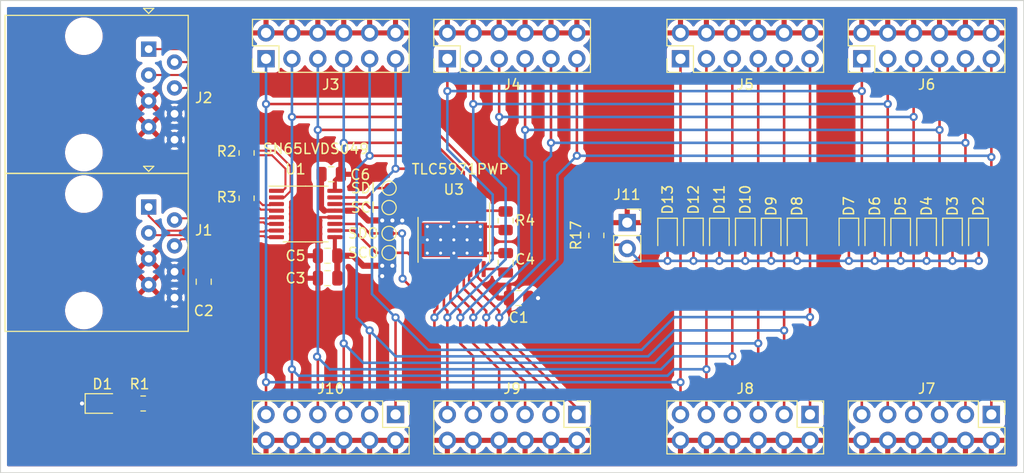
<source format=kicad_pcb>
(kicad_pcb (version 20240108) (generator "pcbnew") (generator_version "8.0")
  (layers (0 "F.Cu" signal) (31 "B.Cu" signal) (34 "B.Paste" user) (35 "F.Paste" user) (36 "B.SilkS" user "B.Silkscreen") (37 "F.SilkS" user "F.Silkscreen") (38 "B.Mask" user) (39 "F.Mask" user) (44 "Edge.Cuts" user))
  (net 0 "")
  (net 1 "+3V3")
  (net 2 "GND")
  (net 3 "Net-(U3-VREG)")
  (net 4 "Net-(D1-A)")
  (net 5 "/Din_P")
  (net 6 "/Din_N")
  (net 7 "/Cin_P")
  (net 8 "/Cin_N")
  (net 9 "/Dout_N")
  (net 10 "/Dout_P")
  (net 11 "/Cout_N")
  (net 12 "/Cout_P")
  (net 13 "Net-(U3-IREF)")
  (net 14 "Net-(D2-K)")
  (net 15 "Net-(D3-K)")
  (net 16 "Net-(D4-K)")
  (net 17 "Net-(D5-K)")
  (net 18 "Net-(D6-K)")
  (net 19 "Net-(D7-K)")
  (net 20 "Net-(U1-DIN1)")
  (net 21 "Net-(U1-DIN2)")
  (net 22 "Net-(U1-ROUT2)")
  (net 23 "Net-(U1-ROUT1)")
  (net 24 "Net-(D8-K)")
  (net 25 "Net-(D9-K)")
  (net 26 "Net-(D10-K)")
  (net 27 "Net-(D10-A)")
  (net 28 "Net-(D11-K)")
  (net 29 "Net-(D12-K)")
  (net 30 "Net-(D13-K)")
  (footprint "LED_SMD:LED_0805_2012Metric" (layer "F.Cu") (at 162.56 91 -90)
    (property "Reference" "D11")
    (property "Value" "LED")
  )
  (footprint "Capacitor_SMD:C_0805_2012Metric" (layer "F.Cu") (at 142.875 97.155)
    (property "Reference" "C1")
    (property "Value" "100nF")
  )
  (footprint "Connector_RJ:RJ45_Amphenol_54602-x08_Horizontal" (layer "F.Cu") (at 106.6 88.2175 -90)
    (property "Reference" "J1")
    (property "Value" "RJ45")
  )
  (footprint "LED_SMD:LED_0805_2012Metric" (layer "F.Cu") (at 185.42 91 -90)
    (property "Reference" "D3")
    (property "Value" "LED")
  )
  (footprint "Capacitor_SMD:C_0805_2012Metric" (layer "F.Cu") (at 124.5 85 180)
    (property "Reference" "C6")
    (property "Value" "4nF")
  )
  (footprint "LED_SMD:LED_0805_2012Metric" (layer "F.Cu") (at 167.64 91 -90)
    (property "Reference" "D9")
    (property "Value" "LED")
  )
  (footprint "Connector_PinSocket_2.54mm:PinSocket_1x02_P2.54mm_Vertical" (layer "F.Cu") (at 153.525 89.75)
    (property "Reference" "J11")
    (property "Value" "Conn_01x02_Pin")
  )
  (footprint "Connector_PinHeader_2.54mm:PinHeader_2x06_P2.54mm_Vertical" (layer "F.Cu") (at 189.23 108.58 -90)
    (property "Reference" "J7")
    (property "Value" "Conn_02x06_Odd_Even" (hide yes))
  )
  (footprint "LED_SMD:LED_0805_2012Metric" (layer "F.Cu") (at 160.02 91 -90)
    (property "Reference" "D12")
    (property "Value" "LED")
  )
  (footprint "TestPoint:TestPoint_Pad_D1.0mm" (layer "F.Cu") (at 130.175 88.265)
    (property "Reference" "SCI")
    (property "Value" "TestPoint_Pad_D1.0mm" (hide yes))
  )
  (footprint "LED_SMD:LED_0805_2012Metric" (layer "F.Cu") (at 102.0625 107.5)
    (property "Reference" "D1")
    (property "Value" "LED" (hide yes))
  )
  (footprint "Connector_PinHeader_2.54mm:PinHeader_2x06_P2.54mm_Vertical" (layer "F.Cu") (at 135.89 73.665 90)
    (property "Reference" "J4")
    (property "Value" "Conn_02x06_Odd_Even" (hide yes))
  )
  (footprint "Connector_RJ:RJ45_Amphenol_54602-x08_Horizontal" (layer "F.Cu") (at 106.6 72.7175 -90)
    (property "Reference" "J2")
    (property "Value" "RJ45")
  )
  (footprint "Connector_PinHeader_2.54mm:PinHeader_2x06_P2.54mm_Vertical" (layer "F.Cu") (at 176.53 73.665 90)
    (property "Reference" "J6")
    (property "Value" "Conn_02x06_Odd_Even" (hide yes))
  )
  (footprint "Resistor_SMD:R_0805_2012Metric" (layer "F.Cu") (at 116.205 82.9075 -90)
    (property "Reference" "R2")
    (property "Value" "100")
  )
  (footprint "Connector_PinHeader_2.54mm:PinHeader_2x06_P2.54mm_Vertical" (layer "F.Cu") (at 158.75 73.665 90)
    (property "Reference" "J5")
    (property "Value" "Conn_02x06_Odd_Even" (hide yes))
  )
  (footprint "Connector_PinHeader_2.54mm:PinHeader_2x06_P2.54mm_Vertical" (layer "F.Cu") (at 118.11 73.665 90)
    (property "Reference" "J3")
    (property "Value" "Conn_02x06_Odd_Even" (hide yes))
  )
  (footprint "LED_SMD:LED_0805_2012Metric" (layer "F.Cu") (at 177.8 91 -90)
    (property "Reference" "D6")
    (property "Value" "LED")
  )
  (footprint "LED_SMD:LED_0805_2012Metric" (layer "F.Cu") (at 157.48 91 -90)
    (property "Reference" "D13")
    (property "Value" "LED")
  )
  (footprint "Capacitor_SMD:C_0805_2012Metric" (layer "F.Cu") (at 112 95.55 90)
    (property "Reference" "C2")
    (property "Value" "10uF")
  )
  (footprint "LED_SMD:LED_0805_2012Metric" (layer "F.Cu") (at 175.26 91 -90)
    (property "Reference" "D7")
    (property "Value" "LED")
  )
  (footprint "Resistor_SMD:R_0805_2012Metric" (layer "F.Cu") (at 116.205 87.3525 90)
    (property "Reference" "R3")
    (property "Value" "100")
  )
  (footprint "Connector_PinHeader_2.54mm:PinHeader_2x06_P2.54mm_Vertical" (layer "F.Cu") (at 130.81 108.58 -90)
    (property "Reference" "J10")
    (property "Value" "Conn_02x06_Odd_Even" (hide yes))
  )
  (footprint "Connector_PinHeader_2.54mm:PinHeader_2x06_P2.54mm_Vertical" (layer "F.Cu") (at 171.45 108.58 -90)
    (property "Reference" "J8")
    (property "Value" "Conn_02x06_Odd_Even" (hide yes))
  )
  (footprint "Capacitor_SMD:C_0805_2012Metric" (layer "F.Cu") (at 124.15 95.2)
    (property "Reference" "C3")
    (property "Value" "22uF")
  )
  (footprint "Resistor_SMD:R_0805_2012Metric" (layer "F.Cu") (at 141.605 89.565 -90)
    (property "Reference" "R4")
    (property "Value" "2k4")
  )
  (footprint "TestPoint:TestPoint_Pad_D1.0mm" (layer "F.Cu") (at 130.175 86.36)
    (property "Reference" "SDI")
    (property "Value" "TestPoint_Pad_D1.0mm" (hide yes))
  )
  (footprint "Package_SO:HTSSOP-20-1EP_4.4x6.5mm_P0.65mm_EP3.4x6.5mm_Mask2.75x3.43mm_ThermalVias" (layer "F.Cu") (at 136.525 91.44 -90)
    (property "Reference" "U3")
    (property "Value" "TLC5971PWP")
  )
  (footprint "Capacitor_SMD:C_0805_2012Metric" (layer "F.Cu") (at 141.605 93.69 90)
    (property "Reference" "C4")
    (property "Value" "1uF")
  )
  (footprint "LED_SMD:LED_0805_2012Metric" (layer "F.Cu") (at 165.1 91 -90)
    (property "Reference" "D10")
    (property "Value" "LED")
  )
  (footprint "LED_SMD:LED_0805_2012Metric" (layer "F.Cu") (at 180.34 91 -90)
    (property "Reference" "D5")
    (property "Value" "LED")
  )
  (footprint "TestPoint:TestPoint_Pad_D1.0mm" (layer "F.Cu") (at 130.175 92.71)
    (property "Reference" "SCO")
    (property "Value" "TestPoint_Pad_D1.0mm" (hide yes))
  )
  (footprint "LED_SMD:LED_0805_2012Metric" (layer "F.Cu") (at 182.88 91 -90)
    (property "Reference" "D4")
    (property "Value" "LED")
  )
  (footprint "TestPoint:TestPoint_Pad_D1.0mm" (layer "F.Cu") (at 130.175 90.805)
    (property "Reference" "SDO")
    (property "Value" "TestPoint_Pad_D1.0mm" (hide yes))
  )
  (footprint "Capacitor_SMD:C_0805_2012Metric" (layer "F.Cu") (at 124.145 93)
    (property "Reference" "C5")
    (property "Value" "100nF")
  )
  (footprint "Connector_PinHeader_2.54mm:PinHeader_2x06_P2.54mm_Vertical" (layer "F.Cu") (at 148.59 108.58 -90)
    (property "Reference" "J9")
    (property "Value" "Conn_02x06_Odd_Even" (hide yes))
  )
  (footprint "Package_SO:TSSOP-16_4.4x5mm_P0.65mm" (layer "F.Cu") (at 121.995 88.9)
    (property "Reference" "U1")
    (property "Value" "SN65LVDS049")
  )
  (footprint "LED_SMD:LED_0805_2012Metric" (layer "F.Cu") (at 170.18 91 -90)
    (property "Reference" "D8")
    (property "Value" "LED")
  )
  (footprint "LED_SMD:LED_0805_2012Metric" (layer "F.Cu") (at 187.96 91 -90)
    (property "Reference" "D2")
    (property "Value" "LED")
  )
  (footprint "Resistor_SMD:R_0805_2012Metric" (layer "F.Cu") (at 106.065 107.5 180)
    (property "Reference" "R1")
    (property "Value" "330")
  )
  (footprint "Resistor_SMD:R_0805_2012Metric" (layer "F.Cu") (at 150.5 91 90)
    (property "Reference" "R17")
    (property "Value" "0")
  )
  (gr_line (start 92.075 67.945) (end 92.71 67.945) (stroke (width 0.1)) (layer "Edge.Cuts"))
  (gr_line (start 192.405 114.3) (end 92.075 114.3) (stroke (width 0.1)) (layer "Edge.Cuts"))
  (gr_line (start 192.405 67.945) (end 192.405 114.3) (stroke (width 0.1)) (layer "Edge.Cuts"))
  (gr_line (start 92.075 114.3) (end 92.075 67.945) (stroke (width 0.1)) (layer "Edge.Cuts"))
  (gr_line (start 92.71 67.945) (end 192.405 67.945) (stroke (width 0.1)) (layer "Edge.Cuts"))
  (segment (start 138.8 95.041041) (end 138.8 94.3025) (width 0.25) (layer "F.Cu") (net 1))
  (segment (start 140.278959 96.52) (end 138.8 95.041041) (width 0.25) (layer "F.Cu") (net 1))
  (segment (start 124.8575 85.5925) (end 125.45 85) (width 0.4) (layer "F.Cu") (net 1))
  (segment (start 140.335 96.52) (end 140.278959 96.52) (width 0.25) (layer "F.Cu") (net 1))
  (segment (start 124.8575 86.625) (end 124.8575 85.5925) (width 0.4) (layer "F.Cu") (net 1))
  (segment (start 124.8575 89.225) (end 123.19 89.225) (width 0.25) (layer "F.Cu") (net 1))
  (segment (start 124.8575 91.175) (end 124.8575 92.7625) (width 0.4) (layer "F.Cu") (net 2))
  (segment (start 138.8 89.815) (end 139.125 90.14) (width 0.25) (layer "F.Cu") (net 2))
  (segment (start 139.125 90.14) (end 141.2675 90.14) (width 0.25) (layer "F.Cu") (net 2))
  (segment (start 139.125 92.74) (end 141.605 92.74) (width 0.25) (layer "F.Cu") (net 2))
  (segment (start 126 88.575) (end 127.162221 88.575) (width 0.6) (layer "F.Cu") (net 2))
  (segment (start 129.5 93.98) (end 127.635 93.98) (width 0.6) (layer "F.Cu") (net 2))
  (segment (start 126 88.575) (end 124.8575 88.575) (width 0.4) (layer "F.Cu") (net 2))
  (segment (start 123.825 88.575) (end 124.8575 88.575) (width 0.4) (layer "F.Cu") (net 2))
  (segment (start 101.125 107.5) (end 100.065 107.5) (width 0.25) (layer "F.Cu") (net 2))
  (segment (start 130.5 89.535) (end 131.465 89.535) (width 0.6) (layer "F.Cu") (net 2))
  (segment (start 127.635 93.98) (end 126.655 93) (width 0.6) (layer "F.Cu") (net 2))
  (segment (start 129.5 89.535) (end 130.5 89.535) (width 0.6) (layer "F.Cu") (net 2))
  (segment (start 109.1725 94.6) (end 109.14 94.5675) (width 0.25) (layer "F.Cu") (net 2))
  (segment (start 127.162221 88.575) (end 128.122221 89.535) (width 0.6) (layer "F.Cu") (net 2))
  (segment (start 123.5 88.25) (end 123.825 88.575) (width 0.6) (layer "F.Cu") (net 2))
  (segment (start 129.5 95) (end 129.5 93.98) (width 0.6) (layer "F.Cu") (net 2))
  (segment (start 129.5 93.98) (end 130.5 93.98) (width 0.6) (layer "F.Cu") (net 2))
  (segment (start 126.655 93) (end 125.095 93) (width 0.6) (layer "F.Cu") (net 2))
  (segment (start 124.8575 92.7625) (end 125.095 93) (width 0.4) (layer "F.Cu") (net 2))
  (segment (start 123.5 85.05) (end 123.5 88.25) (width 0.6) (layer "F.Cu") (net 2))
  (segment (start 123.55 85) (end 123.5 85.05) (width 0.6) (layer "F.Cu") (net 2))
  (segment (start 112 94.6) (end 109.1725 94.6) (width 0.75) (layer "F.Cu") (net 2))
  (segment (start 138.8 88.5775) (end 138.8 89.815) (width 0.25) (layer "F.Cu") (net 2))
  (segment (start 125.1 95.2) (end 125.1 93.005) (width 0.6) (layer "F.Cu") (net 2))
  (segment (start 144.78 97.155) (end 143.825 97.155) (width 0.25) (layer "F.Cu") (net 2))
  (segment (start 125.1 93.005) (end 125.095 93) (width 0.25) (layer "F.Cu") (net 2))
  (segment (start 141.2675 90.14) (end 141.605 90.4775) (width 0.25) (layer "F.Cu") (net 2))
  (segment (start 128.122221 89.535) (end 129.5 89.535) (width 0.6) (layer "F.Cu") (net 2))
  (via (at 130.5 89.535) (size 0.8) (drill 0.4) (layers "F.Cu" "B.Cu") (net 2))
  (via (at 100.065 107.5) (size 0.8) (drill 0.4) (layers "F.Cu" "B.Cu") (net 2))
  (via (at 129.5 95) (size 0.8) (drill 0.4) (layers "F.Cu" "B.Cu") (net 2))
  (via (at 130.5 93.98) (size 0.8) (drill 0.4) (layers "F.Cu" "B.Cu") (net 2))
  (via (at 129.5 93.98) (size 0.8) (drill 0.4) (layers "F.Cu" "B.Cu") (net 2))
  (via (at 131.465 89.535) (size 0.8) (drill 0.4) (layers "F.Cu" "B.Cu") (net 2))
  (via (at 129.5 89.535) (size 0.8) (drill 0.4) (layers "F.Cu" "B.Cu") (net 2))
  (via (at 144.78 97.155) (size 0.8) (drill 0.4) (layers "F.Cu" "B.Cu") (net 2))
  (segment (start 139.45 94.3025) (end 141.2675 94.3025) (width 0.25) (layer "F.Cu") (net 3))
  (segment (start 141.2675 94.3025) (end 141.605 94.64) (width 0.25) (layer "F.Cu") (net 3))
  (segment (start 103 107.5) (end 105.1525 107.5) (width 0.2) (layer "F.Cu") (net 4))
  (segment (start 115.269999 82.6825) (end 113.248186 82.6825) (width 0.2) (layer "F.Cu") (net 5))
  (segment (start 116.205 81.995) (end 116.3925 81.995) (width 0.2) (layer "F.Cu") (net 5))
  (segment (start 113.248186 82.6825) (end 112.9 82.334314) (width 0.2) (layer "F.Cu") (net 5))
  (segment (start 118.980391 82.6825) (end 120.523 84.225109) (width 0.2) (layer "F.Cu") (net 5))
  (segment (start 117.08 82.6825) (end 118.980391 82.6825) (width 0.2) (layer "F.Cu") (net 5))
  (segment (start 112.9 75.334314) (end 110.283186 72.7175) (width 0.2) (layer "F.Cu") (net 5))
  (segment (start 120.523 84.225109) (end 120.523 86.6461) (width 0.2) (layer "F.Cu") (net 5))
  (segment (start 110.283186 72.7175) (end 106.6 72.7175) (width 0.2) (layer "F.Cu") (net 5))
  (segment (start 116.205 81.995) (end 115.957499 81.995) (width 0.2) (layer "F.Cu") (net 5))
  (segment (start 116.3925 81.995) (end 117.08 82.6825) (width 0.2) (layer "F.Cu") (net 5))
  (segment (start 119.8941 87.275) (end 119.1325 87.275) (width 0.2) (layer "F.Cu") (net 5))
  (segment (start 120.523 86.6461) (end 119.8941 87.275) (width 0.2) (layer "F.Cu") (net 5))
  (segment (start 112.9 82.334314) (end 112.9 75.334314) (width 0.2) (layer "F.Cu") (net 5))
  (segment (start 115.957499 81.995) (end 115.269999 82.6825) (width 0.2) (layer "F.Cu") (net 5))
  (segment (start 117.08 83.1325) (end 118.6925 83.1325) (width 0.2) (layer "F.Cu") (net 6))
  (segment (start 113.1325 83.1325) (end 112.5 82.5) (width 0.2) (layer "F.Cu") (net 6))
  (segment (start 116.205 83.82) (end 115.951 83.82) (width 0.2) (layer "F.Cu") (net 6))
  (segment (start 112.5 75.5) (end 110.9875 73.9875) (width 0.2) (layer "F.Cu") (net 6))
  (segment (start 118.6925 83.1325) (end 120.015 84.455) (width 0.2) (layer "F.Cu") (net 6))
  (segment (start 115.951 83.82) (end 115.2635 83.1325) (width 0.2) (layer "F.Cu") (net 6))
  (segment (start 120.015 86.36) (end 119.75 86.625) (width 0.2) (layer "F.Cu") (net 6))
  (segment (start 110.9875 73.9875) (end 109.14 73.9875) (width 0.2) (layer "F.Cu") (net 6))
  (segment (start 116.205 83.82) (end 116.3925 83.82) (width 0.2) (layer "F.Cu") (net 6))
  (segment (start 116.3925 83.82) (end 117.08 83.1325) (width 0.2) (layer "F.Cu") (net 6))
  (segment (start 115.2635 83.1325) (end 113.1325 83.1325) (width 0.2) (layer "F.Cu") (net 6))
  (segment (start 112.5 82.5) (end 112.5 75.5) (width 0.2) (layer "F.Cu") (net 6))
  (segment (start 120.015 84.455) (end 120.015 86.36) (width 0.2) (layer "F.Cu") (net 6))
  (segment (start 119.75 86.625) (end 119.1325 86.625) (width 0.2) (layer "F.Cu") (net 6))
  (segment (start 111.5 77.5) (end 110.5275 76.5275) (width 0.2) (layer "F.Cu") (net 7))
  (segment (start 110.5275 76.5275) (end 109.14 76.5275) (width 0.2) (layer "F.Cu") (net 7))
  (segment (start 117.393603 88.265) (end 116.205 88.265) (width 0.2) (layer "F.Cu") (net 7))
  (segment (start 116.515 88.575) (end 116.205 88.265) (width 0.25) (layer "F.Cu") (net 7))
  (segment (start 115.33 87.5775) (end 112.884315 87.5775) (width 0.2) (layer "F.Cu") (net 7))
  (segment (start 117.603603 88.475) (end 117.393603 88.265) (width 0.2) (layer "F.Cu") (net 7))
  (segment (start 112.884315 87.5775) (end 111.5 86.193185) (width 0.2) (layer "F.Cu") (net 7))
  (segment (start 119.1325 88.575) (end 118.595 88.575) (width 0.2) (layer "F.Cu") (net 7))
  (segment (start 116.0175 88.265) (end 115.33 87.5775) (width 0.2) (layer "F.Cu") (net 7))
  (segment (start 118.595 88.575) (end 118.495 88.475) (width 0.2) (layer "F.Cu") (net 7))
  (segment (start 111.5 86.193185) (end 111.5 77.5) (width 0.2) (layer "F.Cu") (net 7))
  (segment (start 118.495 88.475) (end 117.603603 88.475) (width 0.2) (layer "F.Cu") (net 7))
  (segment (start 116.205 88.265) (end 116.0175 88.265) (width 0.2) (layer "F.Cu") (net 7))
  (segment (start 115.725 86.44) (end 116.205 86.44) (width 0.25) (layer "F.Cu") (net 8))
  (segment (start 111.9 77.334314) (end 109.823186 75.2575) (width 0.2) (layer "F.Cu") (net 8))
  (segment (start 109.823186 75.2575) (end 106.6 75.2575) (width 0.2) (layer "F.Cu") (net 8))
  (segment (start 118.495 88.025) (end 117.79 88.025) (width 0.2) (layer "F.Cu") (net 8))
  (segment (start 116.205 86.44) (end 116.0175 86.44) (width 0.2) (layer "F.Cu") (net 8))
  (segment (start 118.595 87.925) (end 118.495 88.025) (width 0.2) (layer "F.Cu") (net 8))
  (segment (start 115.33 87.1275) (end 113 87.1275) (width 0.2) (layer "F.Cu") (net 8))
  (segment (start 116.0175 86.44) (end 115.33 87.1275) (width 0.2) (layer "F.Cu") (net 8))
  (segment (start 111.9 86.0275) (end 111.9 77.334314) (width 0.2) (layer "F.Cu") (net 8))
  (segment (start 119.1325 87.925) (end 118.595 87.925) (width 0.2) (layer "F.Cu") (net 8))
  (segment (start 113 87.1275) (end 111.9 86.0275) (width 0.2) (layer "F.Cu") (net 8))
  (segment (start 117.79 88.025) (end 116.205 86.44) (width 0.2) (layer "F.Cu") (net 8))
  (segment (start 119.0325 89.325) (end 109.3025 89.325) (width 0.2) (layer "F.Cu") (net 9))
  (segment (start 119.1325 89.225) (end 119.0325 89.325) (width 0.2) (layer "F.Cu") (net 9))
  (segment (start 109.3025 89.325) (end 109.14 89.4875) (width 0.2) (layer "F.Cu") (net 9))
  (segment (start 110.775 89.725) (end 109.9625 90.5375) (width 0.2) (layer "F.Cu") (net 10))
  (segment (start 117.876249 89.725) (end 110.775 89.725) (width 0.2) (layer "F.Cu") (net 10))
  (segment (start 118.026249 89.875) (end 117.876249 89.725) (width 0.2) (layer "F.Cu") (net 10))
  (segment (start 109.9625 90.5375) (end 108.058447 90.5375) (width 0.2) (layer "F.Cu") (net 10))
  (segment (start 106.6 89.079053) (end 106.6 88.2175) (width 0.2) (layer "F.Cu") (net 10))
  (segment (start 108.058447 90.5375) (end 106.6 89.079053) (width 0.2) (layer "F.Cu") (net 10))
  (segment (start 119.1325 89.875) (end 118.026249 89.875) (width 0.2) (layer "F.Cu") (net 10))
  (segment (start 114.643064 90.625) (end 114.290564 90.9775) (width 0.2) (layer "F.Cu") (net 11))
  (segment (start 106.82 90.9775) (end 106.6 90.7575) (width 0.2) (layer "F.Cu") (net 11))
  (segment (start 118.026249 90.525) (end 117.926249 90.625) (width 0.2) (layer "F.Cu") (net 11))
  (segment (start 119.1325 90.525) (end 118.026249 90.525) (width 0.2) (layer "F.Cu") (net 11))
  (segment (start 117.926249 90.625) (end 114.643064 90.625) (width 0.2) (layer "F.Cu") (net 11))
  (segment (start 114.290564 90.9775) (end 106.82 90.9775) (width 0.2) (layer "F.Cu") (net 11))
  (segment (start 118.026249 91.175) (end 117.926249 91.075) (width 0.2) (layer "F.Cu") (net 12))
  (segment (start 114.45625 91.3775) (end 109.79 91.3775) (width 0.2) (layer "F.Cu") (net 12))
  (segment (start 109.79 91.3775) (end 109.14 92.0275) (width 0.2) (layer "F.Cu") (net 12))
  (segment (start 114.75875 91.075) (end 114.45625 91.3775) (width 0.2) (layer "F.Cu") (net 12))
  (segment (start 117.926249 91.075) (end 114.75875 91.075) (width 0.2) (layer "F.Cu") (net 12))
  (segment (start 119.1325 91.175) (end 118.026249 91.175) (width 0.2) (layer "F.Cu") (net 12))
  (segment (start 139.45 88.5775) (end 141.53 88.5775) (width 0.25) (layer "F.Cu") (net 13))
  (segment (start 141.53 88.5775) (end 141.605 88.6525) (width 0.25) (layer "F.Cu") (net 13))
  (segment (start 140.97 99.06) (end 140.97 98.425) (width 0.25) (layer "F.Cu") (net 14))
  (segment (start 189.23 88.9) (end 189.23 90) (width 0.25) (layer "F.Cu") (net 14))
  (segment (start 187.96 90.0625) (end 189.1675 90.0625) (width 0.25) (layer "F.Cu") (net 14))
  (segment (start 148.59 83.185) (end 148.59 74.295) (width 0.25) (layer "F.Cu") (net 14))
  (segment (start 138.025 95.48) (end 138.025 94.4275) (width 0.25) (layer "F.Cu") (net 14))
  (segment (start 138.025 94.4275) (end 138.15 94.3025) (width 0.25) (layer "F.Cu") (net 14))
  (segment (start 140.97 98.425) (end 138.025 95.48) (width 0.25) (layer "F.Cu") (net 14))
  (segment (start 140.97 99.06) (end 140.97 100.33) (width 0.25) (layer "F.Cu") (net 14))
  (segment (start 189.1675 90.0625) (end 189.23 90) (width 0.25) (layer "F.Cu") (net 14))
  (segment (start 189.23 90) (end 189.23 107.95) (width 0.25) (layer "F.Cu") (net 14))
  (segment (start 189.23 74.295) (end 189.23 88.9) (width 0.25) (layer "F.Cu") (net 14))
  (segment (start 140.97 100.33) (end 148.59 107.95) (width 0.25) (layer "F.Cu") (net 14))
  (via (at 140.97 99.06) (size 0.8) (drill 0.4) (layers "F.Cu" "B.Cu") (net 14))
  (via (at 148.59 83.185) (size 0.8) (drill 0.4) (layers "F.Cu" "B.Cu") (net 14))
  (via (at 189.23 83.312) (size 0.8) (drill 0.4) (layers "F.Cu" "B.Cu") (net 14))
  (segment (start 140.97 99.06) (end 146.685 93.345) (width 0.25) (layer "B.Cu") (net 14))
  (segment (start 146.685 85.09) (end 148.59 83.185) (width 0.25) (layer "B.Cu") (net 14))
  (segment (start 148.59 83.185) (end 189.103 83.185) (width 0.25) (layer "B.Cu") (net 14))
  (segment (start 146.685 93.345) (end 146.685 85.09) (width 0.25) (layer "B.Cu") (net 14))
  (segment (start 189.103 83.185) (end 189.23 83.312) (width 0.25) (layer "B.Cu") (net 14))
  (segment (start 186.6275 90.0625) (end 186.69 90) (width 0.25) (layer "F.Cu") (net 15))
  (segment (start 186.69 74.295) (end 186.69 88.9) (width 0.25) (layer "F.Cu") (net 15))
  (segment (start 139.7 99.06) (end 139.7 100.33) (width 0.25) (layer "F.Cu") (net 15))
  (segment (start 146.05 81.915) (end 146.05 74.295) (width 0.25) (layer "F.Cu") (net 15))
  (segment (start 139.7 98.425) (end 137.5 96.225) (width 0.25) (layer "F.Cu") (net 15))
  (segment (start 139.7 100.33) (end 146.05 106.68) (width 0.25) (layer "F.Cu") (net 15))
  (segment (start 186.69 90) (end 186.69 107.95) (width 0.25) (layer "F.Cu") (net 15))
  (segment (start 146.05 106.68) (end 146.05 107.95) (width 0.25) (layer "F.Cu") (net 15))
  (segment (start 139.7 99.06) (end 139.7 98.425) (width 0.25) (layer "F.Cu") (net 15))
  (segment (start 186.69 88.9) (end 186.69 90) (width 0.25) (layer "F.Cu") (net 15))
  (segment (start 137.5 96.225) (end 137.5 94.3025) (width 0.25) (layer "F.Cu") (net 15))
  (segment (start 185.42 90.0625) (end 186.6275 90.0625) (width 0.25) (layer "F.Cu") (net 15))
  (via (at 146.05 81.915) (size 0.8) (drill 0.4) (layers "F.Cu" "B.Cu") (net 15))
  (via (at 139.7 99.06) (size 0.8) (drill 0.4) (layers "F.Cu" "B.Cu") (net 15))
  (via (at 186.69 81.915) (size 0.8) (drill 0.4) (layers "F.Cu" "B.Cu") (net 15))
  (segment (start 145.415 93.345) (end 145.415 83.82) (width 0.25) (layer "B.Cu") (net 15))
  (segment (start 145.415 83.82) (end 146.05 83.185) (width 0.25) (layer "B.Cu") (net 15))
  (segment (start 139.7 99.06) (end 145.415 93.345) (width 0.25) (layer "B.Cu") (net 15))
  (segment (start 146.05 81.915) (end 186.69 81.915) (width 0.25) (layer "B.Cu") (net 15))
  (segment (start 146.05 83.185) (end 146.05 81.915) (width 0.25) (layer "B.Cu") (net 15))
  (segment (start 138.43 100.33) (end 143.51 105.41) (width 0.25) (layer "F.Cu") (net 16))
  (segment (start 184.15 74.295) (end 184.15 88.9) (width 0.25) (layer "F.Cu") (net 16))
  (segment (start 184.0875 90.0625) (end 184.15 90) (width 0.25) (layer "F.Cu") (net 16))
  (segment (start 184.15 88.9) (end 184.15 90) (width 0.25) (layer "F.Cu") (net 16))
  (segment (start 184.15 90) (end 184.15 107.95) (width 0.25) (layer "F.Cu") (net 16))
  (segment (start 138.43 99.06) (end 138.43 98.425) (width 0.25) (layer "F.Cu") (net 16))
  (segment (start 136.85 96.845) (end 136.85 94.3025) (width 0.25) (layer "F.Cu") (net 16))
  (segment (start 138.43 99.06) (end 138.43 100.33) (width 0.25) (layer "F.Cu") (net 16))
  (segment (start 138.43 98.425) (end 136.85 96.845) (width 0.25) (layer "F.Cu") (net 16))
  (segment (start 143.51 80.645) (end 143.51 74.295) (width 0.25) (layer "F.Cu") (net 16))
  (segment (start 143.51 105.41) (end 143.51 107.95) (width 0.25) (layer "F.Cu") (net 16))
  (segment (start 182.88 90.0625) (end 184.0875 90.0625) (width 0.25) (layer "F.Cu") (net 16))
  (via (at 184.15 80.645) (size 0.8) (drill 0.4) (layers "F.Cu" "B.Cu") (net 16))
  (via (at 143.51 80.645) (size 0.8) (drill 0.4) (layers "F.Cu" "B.Cu") (net 16))
  (via (at 138.43 99.06) (size 0.8) (drill 0.4) (layers "F.Cu" "B.Cu") (net 16))
  (segment (start 138.43 99.06) (end 144.145 93.345) (width 0.25) (layer "B.Cu") (net 16))
  (segment (start 144.145 93.345) (end 144.145 83.82) (width 0.25) (layer "B.Cu") (net 16))
  (segment (start 143.51 80.645) (end 184.15 80.645) (width 0.25) (layer "B.Cu") (net 16))
  (segment (start 143.51 83.185) (end 143.51 80.645) (width 0.25) (layer "B.Cu") (net 16))
  (segment (start 144.145 83.82) (end 143.51 83.185) (width 0.25) (layer "B.Cu") (net 16))
  (segment (start 137.16 100.33) (end 140.97 104.14) (width 0.25) (layer "F.Cu") (net 17))
  (segment (start 181.61 88.9) (end 181.61 90) (width 0.25) (layer "F.Cu") (net 17))
  (segment (start 140.97 104.14) (end 140.97 107.95) (width 0.25) (layer "F.Cu") (net 17))
  (segment (start 181.61 74.295) (end 181.61 88.9) (width 0.25) (layer "F.Cu") (net 17))
  (segment (start 181.61 90) (end 181.61 107.95) (width 0.25) (layer "F.Cu") (net 17))
  (segment (start 181.5475 90.0625) (end 181.61 90) (width 0.25) (layer "F.Cu") (net 17))
  (segment (start 137.16 99.06) (end 137.16 100.33) (width 0.25) (layer "F.Cu") (net 17))
  (segment (start 137.16 98.425) (end 136.2 97.465) (width 0.25) (layer "F.Cu") (net 17))
  (segment (start 136.2 97.465) (end 136.2 94.3025) (width 0.25) (layer "F.Cu") (net 17))
  (segment (start 140.97 79.375) (end 140.97 74.295) (width 0.25) (layer "F.Cu") (net 17))
  (segment (start 137.16 99.06) (end 137.16 98.425) (width 0.25) (layer "F.Cu") (net 17))
  (segment (start 180.34 90.0625) (end 181.5475 90.0625) (width 0.25) (layer "F.Cu") (net 17))
  (via (at 137.16 99.06) (size 0.8) (drill 0.4) (layers "F.Cu" "B.Cu") (net 17))
  (via (at 140.97 79.375) (size 0.8) (drill 0.4) (layers "F.Cu" "B.Cu") (net 17))
  (via (at 181.61 79.375) (size 0.8) (drill 0.4) (layers "F.Cu" "B.Cu") (net 17))
  (segment (start 142.875 93.345) (end 142.875 85.09) (width 0.25) (layer "B.Cu") (net 17))
  (segment (start 142.875 85.09) (end 140.97 83.185) (width 0.25) (layer "B.Cu") (net 17))
  (segment (start 137.16 99.06) (end 142.875 93.345) (width 0.25) (layer "B.Cu") (net 17))
  (segment (start 140.97 83.185) (end 140.97 79.375) (width 0.25) (layer "B.Cu") (net 17))
  (segment (start 181.61 79.375) (end 140.97 79.375) (width 0.25) (layer "B.Cu") (net 17))
  (segment (start 138.43 78.105) (end 138.43 74.295) (width 0.25) (layer "F.Cu") (net 18))
  (segment (start 138.43 102.87) (end 138.43 107.95) (width 0.25) (layer "F.Cu") (net 18))
  (segment (start 179.07 88.9) (end 179.07 107.95) (width 0.25) (layer "F.Cu") (net 18))
  (segment (start 135.89 99.06) (end 135.89 100.33) (width 0.25) (layer "F.Cu") (net 18))
  (segment (start 179.0075 90.0625) (end 179.07 90) (width 0.25) (layer "F.Cu") (net 18))
  (segment (start 135.55 98.085) (end 135.55 94.3025) (width 0.25) (layer "F.Cu") (net 18))
  (segment (start 135.89 100.33) (end 138.43 102.87) (width 0.25) (layer "F.Cu") (net 18))
  (segment (start 179.07 74.295) (end 179.07 88.9) (width 0.25) (layer "F.Cu") (net 18))
  (segment (start 135.89 98.425) (end 135.55 98.085) (width 0.25) (layer "F.Cu") (net 18))
  (segment (start 177.8 90.0625) (end 179.0075 90.0625) (width 0.25) (layer "F.Cu") (net 18))
  (segment (start 135.89 98.425) (end 135.89 99.06) (width 0.25) (layer "F.Cu") (net 18))
  (via (at 135.89 99.06) (size 0.8) (drill 0.4) (layers "F.Cu" "B.Cu") (net 18))
  (via (at 138.43 78.105) (size 0.8) (drill 0.4) (layers "F.Cu" "B.Cu") (net 18))
  (via (at 179.07 78.105) (size 0.8) (drill 0.4) (layers "F.Cu" "B.Cu") (net 18))
  (segment (start 179.07 78.105) (end 138.43 78.105) (width 0.25) (layer "B.Cu") (net 18))
  (segment (start 141.605 93.345) (end 141.605 86.36) (width 0.25) (layer "B.Cu") (net 18))
  (segment (start 141.605 86.36) (end 138.43 83.185) (width 0.25) (layer "B.Cu") (net 18))
  (segment (start 135.89 99.06) (end 141.605 93.345) (width 0.25) (layer "B.Cu") (net 18))
  (segment (start 138.43 83.185) (end 138.43 78.105) (width 0.25) (layer "B.Cu") (net 18))
  (segment (start 134.62 100.33) (end 135.89 101.6) (width 0.25) (layer "F.Cu") (net 19))
  (segment (start 176.53 74.295) (end 176.53 88.9) (width 0.25) (layer "F.Cu") (net 19))
  (segment (start 176.53 88.9) (end 176.53 90) (width 0.25) (layer "F.Cu") (net 19))
  (segment (start 134.62 99.06) (end 134.62 100.33) (width 0.25) (layer "F.Cu") (net 19))
  (segment (start 134.62 98.425) (end 134.9 98.145) (width 0.25) (layer "F.Cu") (net 19))
  (segment (start 134.62 99.06) (end 134.62 98.425) (width 0.25) (layer "F.Cu") (net 19))
  (segment (start 175.26 90.0625) (end 176.4675 90.0625) (width 0.25) (layer "F.Cu") (net 19))
  (segment (start 176.53 90) (end 176.53 107.95) (width 0.25) (layer "F.Cu") (net 19))
  (segment (start 176.4675 90.0625) (end 176.53 90) (width 0.25) (layer "F.Cu") (net 19))
  (segment (start 135.89 76.835) (end 135.89 74.295) (width 0.25) (layer "F.Cu") (net 19))
  (segment (start 134.9 98.145) (end 134.9 94.3025) (width 0.25) (layer "F.Cu") (net 19))
  (segment (start 135.89 101.6) (end 135.89 107.95) (width 0.25) (layer "F.Cu") (net 19))
  (via (at 134.62 99.06) (size 0.8) (drill 0.4) (layers "F.Cu" "B.Cu") (net 19))
  (via (at 135.89 76.835) (size 0.8) (drill 0.4) (layers "F.Cu" "B.Cu") (net 19))
  (via (at 176.53 76.835) (size 0.8) (drill 0.4) (layers "F.Cu" "B.Cu") (net 19))
  (segment (start 135.89 76.835) (end 176.53 76.835) (width 0.25) (layer "B.Cu") (net 19))
  (segment (start 140.335 93.345) (end 140.335 86.995) (width 0.25) (layer "B.Cu") (net 19))
  (segment (start 134.62 99.06) (end 140.335 93.345) (width 0.25) (layer "B.Cu") (net 19))
  (segment (start 135.89 82.55) (end 135.89 76.835) (width 0.25) (layer "B.Cu") (net 19))
  (segment (start 140.335 86.995) (end 135.89 82.55) (width 0.25) (layer "B.Cu") (net 19))
  (segment (start 130.175 92.71) (end 132.0075 92.71) (width 0.25) (layer "F.Cu") (net 20))
  (segment (start 128.905 92.71) (end 130.175 92.71) (width 0.25) (layer "F.Cu") (net 20))
  (segment (start 126.72 90.525) (end 128.905 92.71) (width 0.25) (layer "F.Cu") (net 20))
  (segment (start 132.0075 92.71) (end 133.6 94.3025) (width 0.25) (layer "F.Cu") (net 20))
  (segment (start 124.8575 90.525) (end 126.72 90.525) (width 0.25) (layer "F.Cu") (net 20))
  (segment (start 134.3075 94.3025) (end 134.25 94.3025) (width 0.25) (layer "F.Cu") (net 21))
  (segment (start 128.27 90.805) (end 127.34 89.875) (width 0.25) (layer "F.Cu") (net 21))
  (segment (start 127.34 89.875) (end 124.8575 89.875) (width 0.25) (layer "F.Cu") (net 21))
  (segment (start 131.445 90.805) (end 128.27 90.805) (width 0.25) (layer "F.Cu") (net 21))
  (segment (start 134.25 95.383021) (end 134.25 94.3025) (width 0.25) (layer "F.Cu") (net 21))
  (segment (start 133.748021 95.885) (end 134.25 95.383021) (width 0.25) (layer "F.Cu") (net 21))
  (segment (start 132.135 95.885) (end 133.748021 95.885) (width 0.25) (layer "F.Cu") (net 21))
  (segment (start 131.5 95.25) (end 132.135 95.885) (width 0.25) (layer "F.Cu") (net 21))
  (via (at 131.445 90.805) (size 0.8) (drill 0.4) (layers "F.Cu" "B.Cu") (net 21))
  (via (at 131.5 95.25) (size 0.8) (drill 0.4) (layers "F.Cu" "B.Cu") (net 21))
  (segment (start 131.5 95.25) (end 131.5 90.86) (width 0.25) (layer "B.Cu") (net 21))
  (segment (start 131.5 90.86) (end 131.445 90.805) (width 0.25) (layer "B.Cu") (net 21))
  (segment (start 124.8575 87.925) (end 127.93 87.925) (width 0.25) (layer "F.Cu") (net 22))
  (segment (start 128.27 88.265) (end 130.175 88.265) (width 0.25) (layer "F.Cu") (net 22))
  (segment (start 130.175 88.265) (end 133.2875 88.265) (width 0.25) (layer "F.Cu") (net 22))
  (segment (start 133.2875 88.265) (end 133.6 88.5775) (width 0.25) (layer "F.Cu") (net 22))
  (segment (start 127.93 87.925) (end 128.27 88.265) (width 0.25) (layer "F.Cu") (net 22))
  (segment (start 130.175 86.36) (end 132.771041 86.36) (width 0.25) (layer "F.Cu") (net 23))
  (segment (start 128.905 86.36) (end 130.175 86.36) (width 0.25) (layer "F.Cu") (net 23))
  (segment (start 124.8575 87.275) (end 127.99 87.275) (width 0.25) (layer "F.Cu") (net 23))
  (segment (start 132.771041 86.36) (end 134.25 87.838959) (width 0.25) (layer "F.Cu") (net 23))
  (segment (start 134.25 87.838959) (end 134.25 88.5775) (width 0.25) (layer "F.Cu") (net 23))
  (segment (start 127.99 87.275) (end 128.905 86.36) (width 0.25) (layer "F.Cu") (net 23))
  (segment (start 171.3875 90.0625) (end 171.45 90) (width 0.25) (layer "F.Cu") (net 24))
  (segment (start 130.81 107.95) (end 130.81 99.06) (width 0.25) (layer "F.Cu") (net 24))
  (segment (start 171.45 88.9) (end 171.45 90) (width 0.25) (layer "F.Cu") (net 24))
  (segment (start 170.18 90.0625) (end 171.3875 90.0625) (width 0.25) (layer "F.Cu") (net 24))
  (segment (start 171.45 90) (end 171.45 107.95) (width 0.25) (layer "F.Cu") (net 24))
  (segment (start 130.81 84.455) (end 132.078604 84.455) (width 0.25) (layer "F.Cu") (net 24))
  (segment (start 134.9 87.276396) (end 134.9 88.5775) (width 0.25) (layer "F.Cu") (net 24))
  (segment (start 132.078604 84.455) (end 134.9 87.276396) (width 0.25) (layer "F.Cu") (net 24))
  (segment (start 171.45 74.295) (end 171.45 88.9) (width 0.25) (layer "F.Cu") (net 24))
  (via (at 130.81 99.06) (size 0.8) (drill 0.4) (layers "F.Cu" "B.Cu") (net 24))
  (via (at 171.45 99.0225) (size 0.8) (drill 0.4) (layers "F.Cu" "B.Cu") (net 24))
  (via (at 130.81 84.455) (size 0.8) (drill 0.4) (layers "F.Cu" "B.Cu") (net 24))
  (segment (start 154.94 102.235) (end 158.1525 99.0225) (width 0.25) (layer "B.Cu") (net 24))
  (segment (start 133.985 102.235) (end 154.94 102.235) (width 0.25) (layer "B.Cu") (net 24))
  (segment (start 130.81 74.295) (end 130.81 84.455) (width 0.25) (layer "B.Cu") (net 24))
  (segment (start 128.5 86.765) (end 130.81 84.455) (width 0.25) (layer "B.Cu") (net 24))
  (segment (start 130.81 99.06) (end 128.5 96.75) (width 0.25) (layer "B.Cu") (net 24))
  (segment (start 128.5 96.75) (end 128.5 86.765) (width 0.25) (layer "B.Cu") (net 24))
  (segment (start 158.1525 99.0225) (end 171.45 99.0225) (width 0.25) (layer "B.Cu") (net 24))
  (segment (start 130.81 99.06) (end 133.985 102.235) (width 0.25) (layer "B.Cu") (net 24))
  (segment (start 128.27 83.185) (end 132.08 83.185) (width 0.25) (layer "F.Cu") (net 25))
  (segment (start 168.8475 90.0625) (end 168.91 90) (width 0.25) (layer "F.Cu") (net 25))
  (segment (start 135.55 86.655) (end 135.55 88.5775) (width 0.25) (layer "F.Cu") (net 25))
  (segment (start 167.64 90.0625) (end 168.8475 90.0625) (width 0.25) (layer "F.Cu") (net 25))
  (segment (start 132.08 83.185) (end 135.55 86.655) (width 0.25) (layer "F.Cu") (net 25))
  (segment (start 168.91 90) (end 168.91 107.95) (width 0.25) (layer "F.Cu") (net 25))
  (segment (start 168.91 88.9) (end 168.91 90) (width 0.25) (layer "F.Cu") (net 25))
  (segment (start 128.27 107.95) (end 128.27 100.33) (width 0.25) (layer "F.Cu") (net 25))
  (segment (start 168.91 74.295) (end 168.91 88.9) (width 0.25) (layer "F.Cu") (net 25))
  (via (at 128.27 100.33) (size 0.8) (drill 0.4) (layers "F.Cu" "B.Cu") (net 25))
  (via (at 168.91 100.33) (size 0.8) (drill 0.4) (layers "F.Cu" "B.Cu") (net 25))
  (via (at 128.27 83.185) (size 0.8) (drill 0.4) (layers "F.Cu" "B.Cu") (net 25))
  (segment (start 127 99.06) (end 127 84.455) (width 0.25) (layer "B.Cu") (net 25))
  (segment (start 155.575 102.87) (end 130.81 102.87) (width 0.25) (layer "B.Cu") (net 25))
  (segment (start 130.81 102.87) (end 128.27 100.33) (width 0.25) (layer "B.Cu") (net 25))
  (segment (start 158.115 100.33) (end 155.575 102.87) (width 0.25) (layer "B.Cu") (net 25))
  (segment (start 168.91 100.33) (end 158.115 100.33) (width 0.25) (layer "B.Cu") (net 25))
  (segment (start 128.27 100.33) (end 127 99.06) (width 0.25) (layer "B.Cu") (net 25))
  (segment (start 128.27 83.185) (end 128.27 74.295) (width 0.25) (layer "B.Cu") (net 25))
  (segment (start 127 84.455) (end 128.27 83.185) (width 0.25) (layer "B.Cu") (net 25))
  (segment (start 166.37 88.9) (end 166.37 74.295) (width 0.25) (layer "F.Cu") (net 26))
  (segment (start 165.1 90.0625) (end 166.3075 90.0625) (width 0.25) (layer "F.Cu") (net 26))
  (segment (start 166.3075 90.0625) (end 166.37 90) (width 0.25) (layer "F.Cu") (net 26))
  (segment (start 166.37 90) (end 166.37 88.9) (width 0.25) (layer "F.Cu") (net 26))
  (segment (start 136.2 86.036396) (end 136.2 88.5775) (width 0.25) (layer "F.Cu") (net 26))
  (segment (start 166.37 107.95) (end 166.37 90) (width 0.25) (layer "F.Cu") (net 26))
  (segment (start 125.73 107.95) (end 125.73 101.6) (width 0.25) (layer "F.Cu") (net 26))
  (segment (start 125.73 81.915) (end 132.078604 81.915) (width 0.25) (layer "F.Cu") (net 26))
  (segment (start 132.078604 81.915) (end 136.2 86.036396) (width 0.25) (layer "F.Cu") (net 26))
  (via (at 125.73 81.915) (size 0.8) (drill 0.4) (layers "F.Cu" "B.Cu") (net 26))
  (via (at 166.37 101.6) (size 0.8) (drill 0.4) (layers "F.Cu" "B.Cu") (net 26))
  (via (at 125.73 101.6) (size 0.8) (drill 0.4) (layers "F.Cu" "B.Cu") (net 26))
  (segment (start 166.37 101.6) (end 158.115 101.6) (width 0.25) (layer "B.Cu") (net 26))
  (segment (start 158.115 101.6) (end 156.21 103.505) (width 0.25) (layer "B.Cu") (net 26))
  (segment (start 125.73 101.6) (end 125.73 81.915) (width 0.25) (layer "B.Cu") (net 26))
  (segment (start 127.635 103.505) (end 125.73 101.6) (width 0.25) (layer "B.Cu") (net 26))
  (segment (start 125.73 74.295) (end 125.73 81.915) (width 0.25) (layer "B.Cu") (net 26))
  (segment (start 156.21 103.505) (end 127.635 103.505) (width 0.25) (layer "B.Cu") (net 26))
  (segment (start 157.48 93.5) (end 157.48 91.9375) (width 0.25) (layer "F.Cu") (net 27))
  (segment (start 175.26 93.5) (end 175.26 91.9375) (width 0.25) (layer "F.Cu") (net 27))
  (segment (start 160.02 93.5) (end 160.02 91.9375) (width 0.25) (layer "F.Cu") (net 27))
  (segment (start 188 91.9775) (end 187.96 91.9375) (width 0.25) (layer "F.Cu") (net 27))
  (segment (start 180.34 93.5) (end 180.34 91.9375) (width 0.25) (layer "F.Cu") (net 27))
  (segment (start 167.64 93.5) (end 167.64 91.9375) (width 0.25) (layer "F.Cu") (net 27))
  (segment (start 150.5 91.9125) (end 153.1475 91.9125) (width 0.25) (layer "F.Cu") (net 27))
  (segment (start 185.42 93.5) (end 185.42 91.9375) (width 0.25) (layer "F.Cu") (net 27))
  (segment (start 182.88 93.5) (end 182.88 91.9375) (width 0.25) (layer "F.Cu") (net 27))
  (segment (start 177.8 93.5) (end 177.8 91.9375) (width 0.25) (layer "F.Cu") (net 27))
  (segment (start 162.56 93.5) (end 162.56 91.9375) (width 0.25) (layer "F.Cu") (net 27))
  (segment (start 165.1 93.5) (end 165.1 91.9375) (width 0.25) (layer "F.Cu") (net 27))
  (segment (start 153.1475 91.9125) (end 153.525 92.29) (width 0.25) (layer "F.Cu") (net 27))
  (segment (start 170.18 93.5) (end 170.18 91.9375) (width 0.25) (layer "F.Cu") (net 27))
  (segment (start 188 93.5) (end 188 91.9775) (width 0.25) (layer "F.Cu") (net 27))
  (via (at 167.64 93.5) (size 0.8) (drill 0.4) (layers "F.Cu" "B.Cu") (net 27))
  (via (at 170.18 93.5) (size 0.8) (drill 0.4) (layers "F.Cu" "B.Cu") (net 27))
  (via (at 162.56 93.5) (size 0.8) (drill 0.4) (layers "F.Cu" "B.Cu") (net 27))
  (via (at 182.88 93.5) (size 0.8) (drill 0.4) (layers "F.Cu" "B.Cu") (net 27))
  (via (at 177.8 93.5) (size 0.8) (drill 0.4) (layers "F.Cu" "B.Cu") (net 27))
  (via (at 160.02 93.5) (size 0.8) (drill 0.4) (layers "F.Cu" "B.Cu") (net 27))
  (via (at 165.1 93.5) (size 0.8) (drill 0.4) (layers "F.Cu" "B.Cu") (net 27))
  (via (at 175.26 93.5) (size 0.8) (drill 0.4) (layers "F.Cu" "B.Cu") (net 27))
  (via (at 188 93.5) (size 0.8) (drill 0.4) (layers "F.Cu" "B.Cu") (net 27))
  (via (at 180.34 93.5) (size 0.8) (drill 0.4) (layers "F.Cu" "B.Cu") (net 27))
  (via (at 185.42 93.5) (size 0.8) (drill 0.4) (layers "F.Cu" "B.Cu") (net 27))
  (via (at 157.48 93.5) (size 0.8) (drill 0.4) (layers "F.Cu" "B.Cu") (net 27))
  (segment (start 154.735 93.5) (end 157.48 93.5) (width 0.25) (layer "B.Cu") (net 27))
  (segment (start 170.18 93.5) (end 175.26 93.5) (width 0.25) (layer "B.Cu") (net 27))
  (segment (start 167.64 93.5) (end 170.18 93.5) (width 0.25) (layer "B.Cu") (net 27))
  (segment (start 182.88 93.5) (end 185.42 93.5) (width 0.25) (layer "B.Cu") (net 27))
  (segment (start 185.42 93.5) (end 188 93.5) (width 0.25) (layer "B.Cu") (net 27))
  (segment (start 165.1 93.5) (end 167.64 93.5) (width 0.25) (layer "B.Cu") (net 27))
  (segment (start 177.8 93.5) (end 180.34 93.5) (width 0.25) (layer "B.Cu") (net 27))
  (segment (start 162.56 93.5) (end 165.1 93.5) (width 0.25) (layer "B.Cu") (net 27))
  (segment (start 153.525 92.29) (end 154.735 93.5) (width 0.25) (layer "B.Cu") (net 27))
  (segment (start 175.26 93.5) (end 177.8 93.5) (width 0.25) (layer "B.Cu") (net 27))
  (segment (start 160.02 93.5) (end 162.56 93.5) (width 0.25) (layer "B.Cu") (net 27))
  (segment (start 157.48 93.5) (end 160.02 93.5) (width 0.25) (layer "B.Cu") (net 27))
  (segment (start 180.34 93.5) (end 182.88 93.5) (width 0.25) (layer "B.Cu") (net 27))
  (segment (start 123.19 102.9825) (end 123.115 102.9075) (width 0.25) (layer "F.Cu") (net 28))
  (segment (start 163.83 107.95) (end 163.83 90) (width 0.25) (layer "F.Cu") (net 28))
  (segment (start 136.85 85.415) (end 136.85 88.5775) (width 0.25) (layer "F.Cu") (net 28))
  (segment (start 163.83 90) (end 163.83 88.9) (width 0.25) (layer "F.Cu") (net 28))
  (segment (start 162.56 90.0625) (end 163.7675 90.0625) (width 0.25) (layer "F.Cu") (net 28))
  (segment (start 163.7675 90.0625) (end 163.83 90) (width 0.25) (layer "F.Cu") (net 28))
  (segment (start 123.19 80.645) (end 132.08 80.645) (width 0.25) (layer "F.Cu") (net 28))
  (segment (start 123.19 107.95) (end 123.19 102.945) (width 0.25) (layer "F.Cu") (net 28))
  (segment (start 163.83 88.9) (end 163.83 74.295) (width 0.25) (layer "F.Cu") (net 28))
  (segment (start 132.08 80.645) (end 136.85 85.415) (width 0.25) (layer "F.Cu") (net 28))
  (via (at 163.83 102.87) (size 0.8) (drill 0.4) (layers "F.Cu" "B.Cu") (net 28))
  (via (at 123.19 80.645) (size 0.8) (drill 0.4) (layers "F.Cu" "B.Cu") (net 28))
  (via (at 123.115 102.9075) (size 0.8) (drill 0.4) (layers "F.Cu" "B.Cu") (net 28))
  (segment (start 123.19 74.295) (end 123.19 80.645) (width 0.25) (layer "B.Cu") (net 28))
  (segment (start 124.385 104.1775) (end 123.115 102.9075) (width 0.25) (layer "B.Cu") (net 28))
  (segment (start 156.844651 104.14) (end 124.385 104.14) (width 0.25) (layer "B.Cu") (net 28))
  (segment (start 158.114651 102.87) (end 156.844651 104.14) (width 0.25) (layer "B.Cu") (net 28))
  (segment (start 123.115 102.9075) (end 123.19 102.8325) (width 0.25) (layer "B.Cu") (net 28))
  (segment (start 163.83 102.87) (end 158.114651 102.87) (width 0.25) (layer "B.Cu") (net 28))
  (segment (start 123.19 102.795) (end 123.19 80.645) (width 0.25) (layer "B.Cu") (net 28))
  (segment (start 132.078604 79.375) (end 137.5 84.796396) (width 0.25) (layer "F.Cu") (net 29))
  (segment (start 160.02 90.0625) (end 161.2275 90.0625) (width 0.25) (layer "F.Cu") (net 29))
  (segment (start 120.65 107.95) (end 120.65 104.14) (width 0.25) (layer "F.Cu") (net 29))
  (segment (start 137.5 84.796396) (end 137.5 88.5775) (width 0.25) (layer "F.Cu") (net 29))
  (segment (start 161.29 88.9) (end 161.29 74.295) (width 0.25) (layer "F.Cu") (net 29))
  (segment (start 120.65 79.375) (end 132.078604 79.375) (width 0.25) (layer "F.Cu") (net 29))
  (segment (start 161.29 107.95) (end 161.29 90) (width 0.25) (layer "F.Cu") (net 29))
  (segment (start 161.2275 90.0625) (end 161.29 90) (width 0.25) (layer "F.Cu") (net 29))
  (segment (start 161.29 90) (end 161.29 88.9) (width 0.25) (layer "F.Cu") (net 29))
  (via (at 120.65 79.375) (size 0.8) (drill 0.4) (layers "F.Cu" "B.Cu") (net 29))
  (via (at 120.65 104.14) (size 0.8) (drill 0.4) (layers "F.Cu" "B.Cu") (net 29))
  (via (at 161.29 104.14) (size 0.8) (drill 0.4) (layers "F.Cu" "B.Cu") (net 29))
  (segment (start 120.65 104.14) (end 121.285 104.775) (width 0.25) (layer "B.Cu") (net 29))
  (segment (start 121.285 104.775) (end 157.48 104.775) (width 0.25) (layer "B.Cu") (net 29))
  (segment (start 120.65 79.375) (end 120.65 74.295) (width 0.25) (layer "B.Cu") (net 29))
  (segment (start 120.65 79.375) (end 120.65 104.14) (width 0.25) (layer "B.Cu") (net 29))
  (segment (start 157.48 104.775) (end 158.115 104.14) (width 0.25) (layer "B.Cu") (net 29))
  (segment (start 158.115 104.14) (end 161.29 104.14) (width 0.25) (layer "B.Cu") (net 29))
  (segment (start 118.11 107.95) (end 118.11 105.41) (width 0.25) (layer "F.Cu") (net 30))
  (segment (start 158.6875 90.0625) (end 158.75 90) (width 0.25) (layer "F.Cu") (net 30))
  (segment (start 158.75 107.95) (end 158.75 90) (width 0.25) (layer "F.Cu") (net 30))
  (segment (start 158.75 88.9) (end 158.75 74.295) (width 0.25) (layer "F.Cu") (net 30))
  (segment (start 138.15 84.175) (end 138.15 88.5775) (width 0.25) (layer "F.Cu") (net 30))
  (segment (start 132.08 78.105) (end 138.15 84.175) (width 0.25) (layer "F.Cu") (net 30))
  (segment (start 157.48 90.0625) (end 158.6875 90.0625) (width 0.25) (layer "F.Cu") (net 30))
  (segment (start 158.75 90) (end 158.75 88.9) (width 0.25) (layer "F.Cu") (net 30))
  (segment (start 118.11 78.105) (end 132.08 78.105) (width 0.25) (layer "F.Cu") (net 30))
  (via (at 118.11 78.105) (size 0.8) (drill 0.4) (layers "F.Cu" "B.Cu") (net 30))
  (via (at 118.11 105.41) (size 0.8) (drill 0.4) (layers "F.Cu" "B.Cu") (net 30))
  (via (at 158.75 105.41) (size 0.8) (drill 0.4) (layers "F.Cu" "B.Cu") (net 30))
  (segment (start 158.75 105.41) (end 118.11 105.41) (width 0.25) (layer "B.Cu") (net 30))
  (segment (start 118.11 74.295) (end 118.11 105.41) (width 0.25) (layer "B.Cu") (net 30))
  (zone (net 1) (net_name "+3V3") (layer "F.Cu") (priority 1) (connect_pads (clearance 0.5)) (min_thickness 0.25) (fill yes (thermal_gap 0.5) (thermal_bridge_width 0.5))
    (polygon (pts (xy 92.71 68.58) (xy 191.77 68.58) (xy 191.77 113.665) (xy 92.71 113.665)))
  )
  (zone (net 2) (net_name "GND") (layer "B.Cu") (connect_pads (clearance 0.5)) (min_thickness 0.25) (fill yes (thermal_gap 0.25) (thermal_bridge_width 0.75))
    (polygon (pts (xy 92.71 68.58) (xy 191.77 68.58) (xy 191.77 113.665) (xy 92.71 113.665)))
  )
)
</source>
